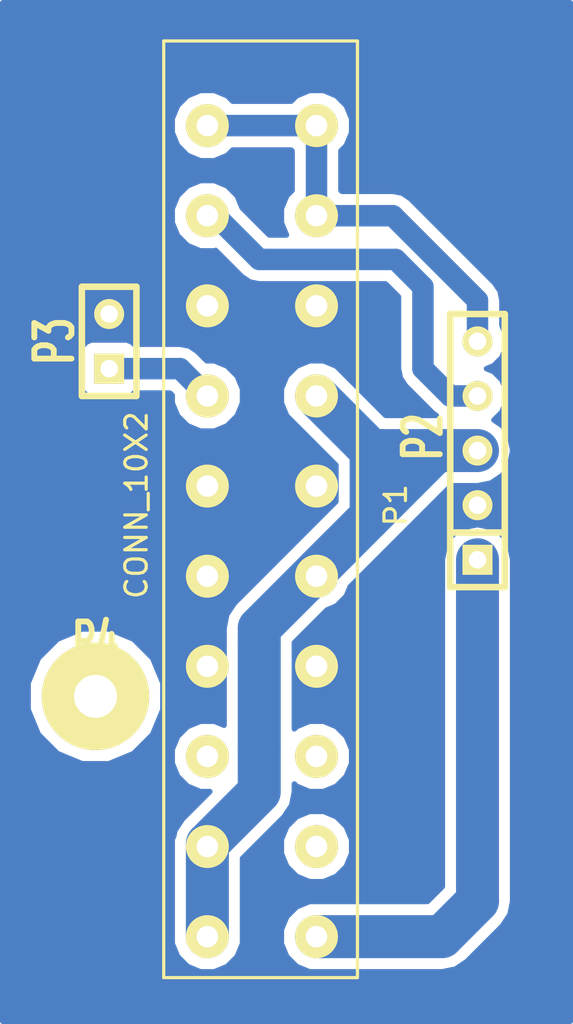
<source format=kicad_pcb>
(kicad_pcb (version 3) (host pcbnew "(2013-05-31 BZR 4019)-stable")

  (general
    (links 18)
    (no_connects 0)
    (area 0 0 0 0)
    (thickness 1.6)
    (drawings 0)
    (tracks 35)
    (zones 0)
    (modules 4)
    (nets 7)
  )

  (page A3)
  (layers
    (15 F.Cu signal)
    (0 B.Cu signal)
    (16 B.Adhes user)
    (17 F.Adhes user)
    (18 B.Paste user)
    (19 F.Paste user)
    (20 B.SilkS user)
    (21 F.SilkS user)
    (22 B.Mask user)
    (23 F.Mask user)
    (24 Dwgs.User user)
    (25 Cmts.User user)
    (26 Eco1.User user)
    (27 Eco2.User user)
    (28 Edge.Cuts user)
  )

  (setup
    (last_trace_width 2)
    (user_trace_width 0.5)
    (user_trace_width 1)
    (user_trace_width 2)
    (trace_clearance 0.254)
    (zone_clearance 0.508)
    (zone_45_only no)
    (trace_min 0.254)
    (segment_width 0.2)
    (edge_width 0.1)
    (via_size 0.889)
    (via_drill 0.635)
    (via_min_size 0.889)
    (via_min_drill 0.508)
    (uvia_size 0.508)
    (uvia_drill 0.127)
    (uvias_allowed no)
    (uvia_min_size 0.508)
    (uvia_min_drill 0.127)
    (pcb_text_width 0.3)
    (pcb_text_size 1.5 1.5)
    (mod_edge_width 0.15)
    (mod_text_size 1 1)
    (mod_text_width 0.15)
    (pad_size 5 5)
    (pad_drill 2)
    (pad_to_mask_clearance 0)
    (aux_axis_origin 0 0)
    (visible_elements 7FFFFFFF)
    (pcbplotparams
      (layerselection 1)
      (usegerberextensions false)
      (excludeedgelayer true)
      (linewidth 0.150000)
      (plotframeref false)
      (viasonmask false)
      (mode 1)
      (useauxorigin false)
      (hpglpennumber 1)
      (hpglpenspeed 20)
      (hpglpendiameter 15)
      (hpglpenoverlay 2)
      (psnegative false)
      (psa4output false)
      (plotreference true)
      (plotvalue true)
      (plotothertext true)
      (plotinvisibletext false)
      (padsonsilk false)
      (subtractmaskfromsilk false)
      (outputformat 2)
      (mirror false)
      (drillshape 2)
      (scaleselection 1)
      (outputdirectory ""))
  )

  (net 0 "")
  (net 1 +12V)
  (net 2 +3.3V)
  (net 3 +5V)
  (net 4 -12V)
  (net 5 /PS_ON)
  (net 6 GND)

  (net_class Default "Dies ist die voreingestellte Netzklasse."
    (clearance 0.254)
    (trace_width 0.254)
    (via_dia 0.889)
    (via_drill 0.635)
    (uvia_dia 0.508)
    (uvia_drill 0.127)
    (add_net "")
    (add_net +12V)
    (add_net +3.3V)
    (add_net +5V)
    (add_net -12V)
    (add_net /PS_ON)
    (add_net GND)
  )

  (module SIL-5 (layer F.Cu) (tedit 200000) (tstamp 52064A49)
    (at 200.025 68.58 90)
    (descr "Connecteur 5 pins")
    (tags "CONN DEV")
    (path /520646C8)
    (fp_text reference P2 (at -0.635 -2.54 90) (layer F.SilkS)
      (effects (font (size 1.72974 1.08712) (thickness 0.3048)))
    )
    (fp_text value CONN_5 (at 0 -2.54 90) (layer F.SilkS) hide
      (effects (font (size 1.524 1.016) (thickness 0.3048)))
    )
    (fp_line (start -7.62 1.27) (end -7.62 -1.27) (layer F.SilkS) (width 0.3048))
    (fp_line (start -7.62 -1.27) (end 5.08 -1.27) (layer F.SilkS) (width 0.3048))
    (fp_line (start 5.08 -1.27) (end 5.08 1.27) (layer F.SilkS) (width 0.3048))
    (fp_line (start 5.08 1.27) (end -7.62 1.27) (layer F.SilkS) (width 0.3048))
    (fp_line (start -5.08 1.27) (end -5.08 -1.27) (layer F.SilkS) (width 0.3048))
    (pad 1 thru_hole rect (at -6.35 0 90) (size 1.397 1.397) (drill 0.8128)
      (layers *.Cu *.Mask F.SilkS)
      (net 1 +12V)
    )
    (pad 2 thru_hole circle (at -3.81 0 90) (size 1.397 1.397) (drill 0.8128)
      (layers *.Cu *.Mask F.SilkS)
      (net 6 GND)
    )
    (pad 3 thru_hole circle (at -1.27 0 90) (size 1.397 1.397) (drill 0.8128)
      (layers *.Cu *.Mask F.SilkS)
      (net 3 +5V)
    )
    (pad 4 thru_hole circle (at 1.27 0 90) (size 1.397 1.397) (drill 0.8128)
      (layers *.Cu *.Mask F.SilkS)
      (net 4 -12V)
    )
    (pad 5 thru_hole circle (at 3.81 0 90) (size 1.397 1.397) (drill 0.8128)
      (layers *.Cu *.Mask F.SilkS)
      (net 2 +3.3V)
    )
  )

  (module SIL-2 (layer F.Cu) (tedit 200000) (tstamp 52064A53)
    (at 182.88 64.77 90)
    (descr "Connecteurs 2 pins")
    (tags "CONN DEV")
    (path /520646D7)
    (fp_text reference P3 (at 0 -2.54 90) (layer F.SilkS)
      (effects (font (size 1.72974 1.08712) (thickness 0.3048)))
    )
    (fp_text value Switch (at 0 -2.54 90) (layer F.SilkS) hide
      (effects (font (size 1.524 1.016) (thickness 0.3048)))
    )
    (fp_line (start -2.54 1.27) (end -2.54 -1.27) (layer F.SilkS) (width 0.3048))
    (fp_line (start -2.54 -1.27) (end 2.54 -1.27) (layer F.SilkS) (width 0.3048))
    (fp_line (start 2.54 -1.27) (end 2.54 1.27) (layer F.SilkS) (width 0.3048))
    (fp_line (start 2.54 1.27) (end -2.54 1.27) (layer F.SilkS) (width 0.3048))
    (pad 1 thru_hole rect (at -1.27 0 90) (size 1.397 1.397) (drill 0.8128)
      (layers *.Cu *.Mask F.SilkS)
      (net 5 /PS_ON)
    )
    (pad 2 thru_hole circle (at 1.27 0 90) (size 1.397 1.397) (drill 0.8128)
      (layers *.Cu *.Mask F.SilkS)
      (net 6 GND)
    )
  )

  (module SIL-1 (layer F.Cu) (tedit 52064C49) (tstamp 52064C2F)
    (at 182.245 81.28)
    (descr "Connecteurs 1 pin")
    (tags "CONN DEV")
    (path /52064E6D)
    (fp_text reference P4 (at 0 -2.54) (layer F.SilkS)
      (effects (font (size 1.72974 1.08712) (thickness 0.27178)))
    )
    (fp_text value CONN_1 (at 0 -2.54) (layer F.SilkS) hide
      (effects (font (size 1.524 1.016) (thickness 0.254)))
    )
    (fp_line (start -1.27 1.27) (end 1.27 1.27) (layer F.SilkS) (width 0.3175))
    (fp_line (start -1.27 -1.27) (end 1.27 -1.27) (layer F.SilkS) (width 0.3175))
    (fp_line (start -1.27 1.27) (end -1.27 -1.27) (layer F.SilkS) (width 0.3048))
    (fp_line (start 1.27 -1.27) (end 1.27 1.27) (layer F.SilkS) (width 0.3048))
    (pad 1 thru_hole circle (at 0 0) (size 5 5) (drill 2)
      (layers *.Cu *.Mask F.SilkS)
    )
  )

  (module ATX_1 (layer F.Cu) (tedit 520F8786) (tstamp 520F8A18)
    (at 189.865 72.39 90)
    (path /520644D9)
    (fp_text reference P1 (at 0 6.35 90) (layer F.SilkS)
      (effects (font (size 1 1) (thickness 0.15)))
    )
    (fp_text value CONN_10X2 (at 0 -5.715 90) (layer F.SilkS)
      (effects (font (size 1 1) (thickness 0.15)))
    )
    (fp_line (start -21.971 4.572) (end 21.59 4.572) (layer F.SilkS) (width 0.15))
    (fp_line (start -21.971 4.572) (end -21.971 4.445) (layer F.SilkS) (width 0.15))
    (fp_line (start -21.971 -4.445) (end 21.59 -4.445) (layer F.SilkS) (width 0.15))
    (fp_line (start 21.59 -4.445) (end 21.59 4.318) (layer F.SilkS) (width 0.15))
    (fp_line (start 21.59 4.318) (end 21.59 4.572) (layer F.SilkS) (width 0.15))
    (fp_line (start -21.971 4.445) (end -21.971 -4.445) (layer F.SilkS) (width 0.15))
    (pad 1 thru_hole circle (at -20.066 2.667 90) (size 2 2) (drill 1)
      (layers *.Cu *.Mask F.SilkS)
      (net 1 +12V)
    )
    (pad 2 thru_hole circle (at -20.066 -2.413 90) (size 2 2) (drill 1)
      (layers *.Cu *.Mask F.SilkS)
      (net 3 +5V)
    )
    (pad 3 thru_hole circle (at -15.875 2.667 90) (size 2 2) (drill 1)
      (layers *.Cu *.Mask F.SilkS)
    )
    (pad 4 thru_hole circle (at -15.875 -2.413 90) (size 2 2) (drill 1)
      (layers *.Cu *.Mask F.SilkS)
      (net 3 +5V)
    )
    (pad 5 thru_hole circle (at -11.684 2.667 90) (size 2 2) (drill 1)
      (layers *.Cu *.Mask F.SilkS)
    )
    (pad 6 thru_hole circle (at -11.684 -2.413 90) (size 2 2) (drill 1)
      (layers *.Cu *.Mask F.SilkS)
    )
    (pad 7 thru_hole circle (at -7.493 2.667 90) (size 2 2) (drill 1)
      (layers *.Cu *.Mask F.SilkS)
      (net 6 GND)
    )
    (pad 8 thru_hole circle (at -7.493 -2.413 90) (size 2 2) (drill 1)
      (layers *.Cu *.Mask F.SilkS)
      (net 6 GND)
    )
    (pad 9 thru_hole circle (at -3.302 2.667 90) (size 2 2) (drill 1)
      (layers *.Cu *.Mask F.SilkS)
      (net 3 +5V)
    )
    (pad 10 thru_hole circle (at -3.302 -2.413 90) (size 2 2) (drill 1)
      (layers *.Cu *.Mask F.SilkS)
      (net 6 GND)
    )
    (pad 11 thru_hole circle (at 0.889 2.667 90) (size 2 2) (drill 1)
      (layers *.Cu *.Mask F.SilkS)
      (net 6 GND)
    )
    (pad 12 thru_hole circle (at 0.889 -2.413 90) (size 2 2) (drill 1)
      (layers *.Cu *.Mask F.SilkS)
      (net 6 GND)
    )
    (pad 13 thru_hole circle (at 5.08 2.667 90) (size 2 2) (drill 1)
      (layers *.Cu *.Mask F.SilkS)
      (net 3 +5V)
    )
    (pad 14 thru_hole circle (at 5.08 -2.413 90) (size 2 2) (drill 1)
      (layers *.Cu *.Mask F.SilkS)
      (net 5 /PS_ON)
    )
    (pad 15 thru_hole circle (at 9.271 2.667 90) (size 2 2) (drill 1)
      (layers *.Cu *.Mask F.SilkS)
      (net 6 GND)
    )
    (pad 16 thru_hole circle (at 9.271 -2.413 90) (size 2 2) (drill 1)
      (layers *.Cu *.Mask F.SilkS)
      (net 6 GND)
    )
    (pad 17 thru_hole circle (at 13.462 2.667 90) (size 2 2) (drill 1)
      (layers *.Cu *.Mask F.SilkS)
      (net 2 +3.3V)
    )
    (pad 18 thru_hole circle (at 13.462 -2.413 90) (size 2 2) (drill 1)
      (layers *.Cu *.Mask F.SilkS)
      (net 4 -12V)
    )
    (pad 19 thru_hole circle (at 17.653 2.667 90) (size 2 2) (drill 1)
      (layers *.Cu *.Mask F.SilkS)
      (net 2 +3.3V)
    )
    (pad 20 thru_hole circle (at 17.653 -2.413 90) (size 2 2) (drill 1)
      (layers *.Cu *.Mask F.SilkS)
      (net 2 +3.3V)
    )
  )

  (segment (start 192.532 92.456) (end 198.374 92.456) (width 2) (layer B.Cu) (net 1))
  (segment (start 200.025 90.805) (end 200.025 74.93) (width 2) (layer B.Cu) (net 1) (tstamp 520F8A78))
  (segment (start 198.374 92.456) (end 200.025 90.805) (width 2) (layer B.Cu) (net 1) (tstamp 520F8A77))
  (segment (start 200.025 64.77) (end 200.025 62.865) (width 1) (layer B.Cu) (net 2))
  (segment (start 196.088 58.928) (end 192.532 58.928) (width 1) (layer B.Cu) (net 2) (tstamp 520F8A66))
  (segment (start 200.025 62.865) (end 196.088 58.928) (width 1) (layer B.Cu) (net 2) (tstamp 520F8A65))
  (segment (start 192.532 54.737) (end 192.532 58.928) (width 1) (layer B.Cu) (net 2))
  (segment (start 187.452 54.737) (end 192.532 54.737) (width 1) (layer B.Cu) (net 2))
  (segment (start 195.072 69.85) (end 195.072 72.898) (width 2) (layer B.Cu) (net 3))
  (segment (start 195.072 72.898) (end 194.945 73.025) (width 2) (layer B.Cu) (net 3) (tstamp 520F8ABC))
  (segment (start 192.532 75.692) (end 192.532 75.438) (width 2) (layer B.Cu) (net 3) (status C00000))
  (segment (start 192.532 75.438) (end 193.675 74.295) (width 2) (layer B.Cu) (net 3) (tstamp 520F8AB7) (status 400000))
  (segment (start 189.865 78.74) (end 189.865 78.105) (width 2) (layer B.Cu) (net 3))
  (segment (start 187.452 88.138) (end 189.865 85.725) (width 2) (layer B.Cu) (net 3) (tstamp 520F8A8F) (status 400000))
  (segment (start 189.865 85.725) (end 189.865 83.82) (width 2) (layer B.Cu) (net 3) (tstamp 520F8A90))
  (segment (start 189.865 78.74) (end 189.865 83.82) (width 2) (layer B.Cu) (net 3) (tstamp 520F8A8C))
  (segment (start 187.452 88.265) (end 187.452 88.138) (width 2) (layer B.Cu) (net 3) (status C00000))
  (segment (start 189.865 78.105) (end 193.675 74.295) (width 2) (layer B.Cu) (net 3) (tstamp 520F8AB2))
  (segment (start 193.675 74.295) (end 194.945 73.025) (width 2) (layer B.Cu) (net 3) (tstamp 520F8ABA))
  (segment (start 194.945 73.025) (end 198.12 69.85) (width 2) (layer B.Cu) (net 3) (tstamp 520F8ABF))
  (segment (start 195.58 69.85) (end 195.072 69.85) (width 2) (layer B.Cu) (net 3) (tstamp 520F8A9B))
  (segment (start 198.374 69.85) (end 198.12 69.85) (width 2) (layer B.Cu) (net 3))
  (segment (start 200.025 69.85) (end 198.374 69.85) (width 2) (layer B.Cu) (net 3) (status 400000))
  (segment (start 198.12 69.85) (end 195.072 69.85) (width 2) (layer B.Cu) (net 3) (tstamp 520F8AB5))
  (segment (start 195.072 69.85) (end 192.532 67.31) (width 2) (layer B.Cu) (net 3) (tstamp 520F8A96) (status 800000))
  (segment (start 187.452 92.456) (end 187.452 88.265) (width 2) (layer B.Cu) (net 3))
  (segment (start 187.452 58.928) (end 187.833 58.928) (width 1) (layer B.Cu) (net 4))
  (segment (start 198.755 67.31) (end 200.025 67.31) (width 1) (layer B.Cu) (net 4) (tstamp 520F8A62))
  (segment (start 197.485 66.04) (end 198.755 67.31) (width 1) (layer B.Cu) (net 4) (tstamp 520F8A61))
  (segment (start 197.485 62.23) (end 197.485 66.04) (width 1) (layer B.Cu) (net 4) (tstamp 520F8A60))
  (segment (start 196.215 60.96) (end 197.485 62.23) (width 1) (layer B.Cu) (net 4) (tstamp 520F8A5F))
  (segment (start 189.865 60.96) (end 196.215 60.96) (width 1) (layer B.Cu) (net 4) (tstamp 520F8A5E))
  (segment (start 187.833 58.928) (end 189.865 60.96) (width 1) (layer B.Cu) (net 4) (tstamp 520F8A5D))
  (segment (start 182.88 66.04) (end 186.182 66.04) (width 1) (layer B.Cu) (net 5))
  (segment (start 186.182 66.04) (end 187.452 67.31) (width 1) (layer B.Cu) (net 5) (tstamp 520F8A55))

  (zone (net 6) (net_name GND) (layer B.Cu) (tstamp 520F8AC3) (hatch edge 0.508)
    (connect_pads yes (clearance 0.508))
    (min_thickness 0.254)
    (fill (arc_segments 16) (thermal_gap 0.508) (thermal_bridge_width 0.508))
    (polygon
      (pts
        (xy 177.8 48.895) (xy 204.47 48.895) (xy 204.47 96.52) (xy 177.8 96.52)
      )
    )
    (filled_polygon
      (pts
        (xy 204.343 96.393) (xy 201.66 96.393) (xy 201.66 90.805) (xy 201.66 74.93) (xy 201.66 69.85)
        (xy 201.535543 69.224313) (xy 201.18112 68.69388) (xy 200.7888 68.431741) (xy 201.154826 68.066353) (xy 201.358267 67.576413)
        (xy 201.35873 67.045914) (xy 201.156145 66.55562) (xy 200.781353 66.180174) (xy 200.443551 66.039906) (xy 200.77938 65.901145)
        (xy 201.154826 65.526353) (xy 201.358267 65.036413) (xy 201.35873 64.505914) (xy 201.16 64.024949) (xy 201.16 62.865)
        (xy 201.159999 62.864999) (xy 201.073603 62.430654) (xy 200.827566 62.062434) (xy 200.827566 62.062433) (xy 196.890566 58.125434)
        (xy 196.522346 57.879397) (xy 196.088 57.793) (xy 193.709202 57.793) (xy 193.667 57.750723) (xy 193.667 55.914202)
        (xy 193.917277 55.664362) (xy 194.166715 55.063648) (xy 194.167283 54.413205) (xy 193.918893 53.812057) (xy 193.459362 53.351723)
        (xy 192.858648 53.102285) (xy 192.208205 53.101717) (xy 191.607057 53.350107) (xy 191.354723 53.602) (xy 188.629202 53.602)
        (xy 188.379362 53.351723) (xy 187.778648 53.102285) (xy 187.128205 53.101717) (xy 186.527057 53.350107) (xy 186.066723 53.809638)
        (xy 185.817285 54.410352) (xy 185.816717 55.060795) (xy 186.065107 55.661943) (xy 186.524638 56.122277) (xy 187.125352 56.371715)
        (xy 187.775795 56.372283) (xy 188.376943 56.123893) (xy 188.629276 55.872) (xy 191.354797 55.872) (xy 191.397 55.914276)
        (xy 191.397 57.750797) (xy 191.146723 58.000638) (xy 190.897285 58.601352) (xy 190.896717 59.251795) (xy 191.133561 59.825)
        (xy 190.335132 59.825) (xy 189.068233 58.5581) (xy 188.838893 58.003057) (xy 188.379362 57.542723) (xy 187.778648 57.293285)
        (xy 187.128205 57.292717) (xy 186.527057 57.541107) (xy 186.066723 58.000638) (xy 185.817285 58.601352) (xy 185.816717 59.251795)
        (xy 186.065107 59.852943) (xy 186.524638 60.313277) (xy 187.125352 60.562715) (xy 187.775795 60.563283) (xy 187.837609 60.537741)
        (xy 189.062433 61.762566) (xy 189.062434 61.762566) (xy 189.430654 62.008603) (xy 189.864999 62.094999) (xy 189.865 62.095)
        (xy 195.744868 62.095) (xy 196.35 62.700132) (xy 196.35 66.04) (xy 196.436397 66.474346) (xy 196.682434 66.842566)
        (xy 197.952434 68.112566) (xy 198.105737 68.215) (xy 195.749239 68.215) (xy 193.68812 66.15388) (xy 193.688117 66.153878)
        (xy 193.459362 65.924723) (xy 193.157688 65.799457) (xy 193.157687 65.799456) (xy 192.858648 65.675285) (xy 192.532003 65.674999)
        (xy 192.532 65.674999) (xy 192.531996 65.674999) (xy 192.208205 65.674717) (xy 191.906312 65.799456) (xy 191.906312 65.799457)
        (xy 191.906311 65.799457) (xy 191.607057 65.923107) (xy 191.375882 66.153878) (xy 191.37588 66.15388) (xy 191.375878 66.153882)
        (xy 191.146723 66.382638) (xy 191.021457 66.684311) (xy 191.021457 66.684312) (xy 191.021456 66.684312) (xy 190.897285 66.983352)
        (xy 190.896999 67.309996) (xy 190.896999 67.31) (xy 190.896999 67.310003) (xy 190.896717 67.633795) (xy 191.021456 67.935687)
        (xy 191.021457 67.935688) (xy 191.145107 68.234943) (xy 191.375878 68.466117) (xy 191.37588 68.46612) (xy 191.376303 68.466543)
        (xy 191.604638 68.695277) (xy 191.60532 68.69556) (xy 193.437 70.527239) (xy 193.437 72.22076) (xy 192.51888 73.13888)
        (xy 192.518877 73.138883) (xy 191.375882 74.281878) (xy 191.37588 74.28188) (xy 191.375878 74.281882) (xy 189.087283 76.570477)
        (xy 189.087283 66.986205) (xy 188.838893 66.385057) (xy 188.379362 65.924723) (xy 187.778648 65.675285) (xy 187.422105 65.674973)
        (xy 186.984566 65.237434) (xy 186.616346 64.991397) (xy 186.182 64.905) (xy 184.040004 64.905) (xy 183.938668 64.803487)
        (xy 183.705364 64.706611) (xy 183.452745 64.70639) (xy 182.055745 64.70639) (xy 181.822271 64.802859) (xy 181.643487 64.981332)
        (xy 181.546611 65.214636) (xy 181.54639 65.467255) (xy 181.54639 66.864255) (xy 181.642859 67.097729) (xy 181.821332 67.276513)
        (xy 182.054636 67.373389) (xy 182.307255 67.37361) (xy 183.704255 67.37361) (xy 183.937729 67.277141) (xy 184.040047 67.175)
        (xy 185.711868 67.175) (xy 185.817025 67.280157) (xy 185.816717 67.633795) (xy 186.065107 68.234943) (xy 186.524638 68.695277)
        (xy 187.125352 68.944715) (xy 187.775795 68.945283) (xy 188.376943 68.696893) (xy 188.837277 68.237362) (xy 189.086715 67.636648)
        (xy 189.087283 66.986205) (xy 189.087283 76.570477) (xy 188.70888 76.94888) (xy 188.354457 77.479312) (xy 188.229999 78.105)
        (xy 188.23 78.105005) (xy 188.23 78.74) (xy 188.23 82.626702) (xy 187.778648 82.439285) (xy 187.128205 82.438717)
        (xy 186.527057 82.687107) (xy 186.066723 83.146638) (xy 185.817285 83.747352) (xy 185.816717 84.397795) (xy 186.065107 84.998943)
        (xy 186.524638 85.459277) (xy 187.125352 85.708715) (xy 187.568658 85.709102) (xy 186.29588 86.98188) (xy 185.941457 87.512312)
        (xy 185.892966 87.75609) (xy 185.892965 87.756092) (xy 185.817285 87.938352) (xy 185.817111 88.137436) (xy 185.816999 88.138)
        (xy 185.817 88.138005) (xy 185.817 88.264718) (xy 185.816717 88.588795) (xy 185.817 88.589479) (xy 185.817 92.455718)
        (xy 185.816717 92.779795) (xy 185.941457 93.081687) (xy 186.065107 93.380943) (xy 186.295878 93.612117) (xy 186.29588 93.61212)
        (xy 186.295882 93.612121) (xy 186.524638 93.841277) (xy 186.826313 93.966543) (xy 187.125352 94.090715) (xy 187.452 94.091)
        (xy 187.775795 94.091283) (xy 188.077687 93.966543) (xy 188.376943 93.842893) (xy 188.608117 93.612121) (xy 188.60812 93.61212)
        (xy 188.608121 93.612117) (xy 188.837277 93.383362) (xy 188.962543 93.081687) (xy 189.086715 92.782648) (xy 189.087 92.456)
        (xy 189.087283 92.132205) (xy 189.087 92.13152) (xy 189.087 88.815239) (xy 191.021116 86.881122) (xy 191.021119 86.88112)
        (xy 191.02112 86.88112) (xy 191.375542 86.350688) (xy 191.375543 86.350687) (xy 191.5 85.725) (xy 191.5 85.354456)
        (xy 191.604638 85.459277) (xy 192.205352 85.708715) (xy 192.855795 85.709283) (xy 193.456943 85.460893) (xy 193.917277 85.001362)
        (xy 194.166715 84.400648) (xy 194.167283 83.750205) (xy 193.918893 83.149057) (xy 193.459362 82.688723) (xy 192.858648 82.439285)
        (xy 192.208205 82.438717) (xy 191.607057 82.687107) (xy 191.5 82.793977) (xy 191.5 78.782239) (xy 193.024779 77.257459)
        (xy 193.157687 77.202543) (xy 193.456943 77.078893) (xy 193.688117 76.848121) (xy 193.68812 76.84812) (xy 193.688121 76.848117)
        (xy 193.917277 76.619362) (xy 194.042543 76.317687) (xy 194.097923 76.184316) (xy 194.097924 76.184315) (xy 194.831119 75.45112)
        (xy 194.83112 75.45112) (xy 196.101116 74.181122) (xy 196.101119 74.18112) (xy 196.10112 74.18112) (xy 196.228119 74.05412)
        (xy 196.22812 74.05412) (xy 198.79724 71.485) (xy 200.025 71.485) (xy 200.650687 71.360543) (xy 201.18112 71.00612)
        (xy 201.535543 70.475687) (xy 201.66 69.85) (xy 201.66 74.93) (xy 201.535543 74.304313) (xy 201.286898 73.932189)
        (xy 201.262141 73.872271) (xy 201.215935 73.825984) (xy 201.18112 73.77388) (xy 201.129469 73.739368) (xy 201.083668 73.693487)
        (xy 201.023267 73.668406) (xy 200.650687 73.419457) (xy 200.025 73.295) (xy 199.399313 73.419457) (xy 199.027189 73.668101)
        (xy 198.967271 73.692859) (xy 198.920984 73.739064) (xy 198.86888 73.77388) (xy 198.834368 73.82553) (xy 198.788487 73.871332)
        (xy 198.763406 73.931732) (xy 198.514457 74.304313) (xy 198.39 74.93) (xy 198.39 90.12776) (xy 197.69676 90.821)
        (xy 194.167283 90.821) (xy 194.167283 87.941205) (xy 193.918893 87.340057) (xy 193.459362 86.879723) (xy 192.858648 86.630285)
        (xy 192.208205 86.629717) (xy 191.607057 86.878107) (xy 191.146723 87.337638) (xy 190.897285 87.938352) (xy 190.896717 88.588795)
        (xy 191.145107 89.189943) (xy 191.604638 89.650277) (xy 192.205352 89.899715) (xy 192.855795 89.900283) (xy 193.456943 89.651893)
        (xy 193.917277 89.192362) (xy 194.166715 88.591648) (xy 194.167283 87.941205) (xy 194.167283 90.821) (xy 192.532281 90.821)
        (xy 192.208205 90.820717) (xy 191.607057 91.069107) (xy 191.375882 91.299878) (xy 191.37588 91.29988) (xy 191.375878 91.299882)
        (xy 191.146723 91.528638) (xy 190.897285 92.129352) (xy 190.896717 92.779795) (xy 191.021457 93.081687) (xy 191.145107 93.380943)
        (xy 191.375878 93.612117) (xy 191.37588 93.61212) (xy 191.375882 93.612121) (xy 191.604638 93.841277) (xy 191.906313 93.966543)
        (xy 192.205352 94.090715) (xy 192.532 94.091) (xy 192.855795 94.091283) (xy 192.856479 94.091) (xy 198.373994 94.091)
        (xy 198.374 94.091001) (xy 198.374 94.091) (xy 198.999687 93.966543) (xy 198.999688 93.966543) (xy 199.53012 93.61212)
        (xy 201.181116 91.961122) (xy 201.181119 91.96112) (xy 201.18112 91.96112) (xy 201.535542 91.430688) (xy 201.535543 91.430687)
        (xy 201.66 90.805) (xy 201.66 96.393) (xy 185.380543 96.393) (xy 185.380543 80.659146) (xy 184.904273 79.506485)
        (xy 184.023153 78.623826) (xy 182.871326 78.145546) (xy 181.624146 78.144457) (xy 180.471485 78.620727) (xy 179.588826 79.501847)
        (xy 179.110546 80.653674) (xy 179.109457 81.900854) (xy 179.585727 83.053515) (xy 180.466847 83.936174) (xy 181.618674 84.414454)
        (xy 182.865854 84.415543) (xy 184.018515 83.939273) (xy 184.901174 83.058153) (xy 185.379454 81.906326) (xy 185.380543 80.659146)
        (xy 185.380543 96.393) (xy 177.927 96.393) (xy 177.927 49.022) (xy 204.343 49.022) (xy 204.343 96.393)
      )
    )
  )
)

</source>
